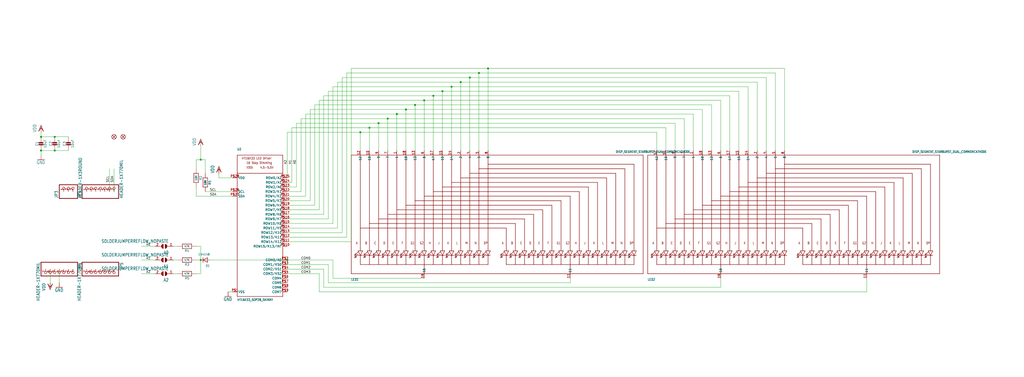
<source format=kicad_sch>
(kicad_sch (version 20211123) (generator eeschema)
  (paper "User" 570.255 210.007)
  (lib_symbols
    (symbol "schematicEagle-eagle-import:CAP_CERAMIC0805-NOOUTLINE"
      (property "Reference" "C" (at -2.29 1.25 90))
      (property "Value" "CAP_CERAMIC0805-NOOUTLINE" (at 2.3 1.25 90))
      (symbol "CAP_CERAMIC0805-NOOUTLINE_1_0"
        (pin passive line (at 0 5.08 270) (length 2.54) (name "1") (number "1"))
        (pin passive line (at 0 -2.54 90) (length 2.54) (name "2") (number "2"))
      )
    )
    (symbol "schematicEagle-eagle-import:DIODESOD-323F"
      (property "Reference" "D" (at -2.54 2.54 0))
      (property "Value" "DIODESOD-323F" (at -2.54 -3.81 0))
      (symbol "DIODESOD-323F_1_0"
        (pin passive line (at -2.54 0 0) (length 2.54) (name "A") (number "A"))
        (pin passive line (at 2.54 0 180) (length 2.54) (name "C") (number "C"))
      )
    )
    (symbol "schematicEagle-eagle-import:DISP_SEGMENT_STARBURST_DUAL_COMMONCATHODE"
      (property "Reference" "LED" (at -81.28 38.1 0))
      (property "Value" "DISP_SEGMENT_STARBURST_DUAL_COMMONCATHODE" (at 66.04 -33.02 0))
      (symbol "DISP_SEGMENT_STARBURST_DUAL_COMMONCATHODE_1_0"
        (text "A" (at -78.74 17.78 0) (effects (font (size 1.27 1.0795)) (justify left bottom)))
        (text "A" (at 2.54 17.78 0) (effects (font (size 1.27 1.0795)) (justify left bottom)))
        (text "B" (at -73.66 17.78 0) (effects (font (size 1.27 1.0795)) (justify left bottom)))
        (text "B" (at 7.62 17.78 0) (effects (font (size 1.27 1.0795)) (justify left bottom)))
        (text "C" (at -68.58 17.78 0) (effects (font (size 1.27 1.0795)) (justify left bottom)))
        (text "C" (at 12.7 17.78 0) (effects (font (size 1.27 1.0795)) (justify left bottom)))
        (text "D" (at -63.5 17.78 0) (effects (font (size 1.27 1.0795)) (justify left bottom)))
        (text "D" (at 17.78 17.78 0) (effects (font (size 1.27 1.0795)) (justify left bottom)))
        (text "DP" (at -7.62 17.78 0) (effects (font (size 1.27 1.0795)) (justify left bottom)))
        (text "DP" (at 73.66 17.78 0) (effects (font (size 1.27 1.0795)) (justify left bottom)))
        (text "E" (at -58.42 17.78 0) (effects (font (size 1.27 1.0795)) (justify left bottom)))
        (text "E" (at 22.86 17.78 0) (effects (font (size 1.27 1.0795)) (justify left bottom)))
        (text "F" (at -53.34 17.78 0) (effects (font (size 1.27 1.0795)) (justify left bottom)))
        (text "F" (at 27.94 17.78 0) (effects (font (size 1.27 1.0795)) (justify left bottom)))
        (text "G1" (at -48.26 17.78 0) (effects (font (size 1.27 1.0795)) (justify left bottom)))
        (text "G1" (at 33.02 17.78 0) (effects (font (size 1.27 1.0795)) (justify left bottom)))
        (text "G2" (at -43.18 17.78 0) (effects (font (size 1.27 1.0795)) (justify left bottom)))
        (text "G2" (at 38.1 17.78 0) (effects (font (size 1.27 1.0795)) (justify left bottom)))
        (text "H" (at -38.1 17.78 0) (effects (font (size 1.27 1.0795)) (justify left bottom)))
        (text "H" (at 43.18 17.78 0) (effects (font (size 1.27 1.0795)) (justify left bottom)))
        (text "J" (at -33.02 17.78 0) (effects (font (size 1.27 1.0795)) (justify left bottom)))
        (text "J" (at 48.26 17.78 0) (effects (font (size 1.27 1.0795)) (justify left bottom)))
        (text "K" (at -27.94 17.78 0) (effects (font (size 1.27 1.0795)) (justify left bottom)))
        (text "K" (at 53.34 17.78 0) (effects (font (size 1.27 1.0795)) (justify left bottom)))
        (text "L" (at -22.86 17.78 0) (effects (font (size 1.27 1.0795)) (justify left bottom)))
        (text "L" (at 58.42 17.78 0) (effects (font (size 1.27 1.0795)) (justify left bottom)))
        (text "M" (at -17.78 17.78 0) (effects (font (size 1.27 1.0795)) (justify left bottom)))
        (text "M" (at 63.5 17.78 0) (effects (font (size 1.27 1.0795)) (justify left bottom)))
        (text "N" (at -12.7 17.78 0) (effects (font (size 1.27 1.0795)) (justify left bottom)))
        (text "N" (at 68.58 17.78 0) (effects (font (size 1.27 1.0795)) (justify left bottom)))
        (pin bidirectional line (at -55.88 -33.02 90) (length 2.54) (name "1") (number "1"))
        (pin bidirectional line (at -71.12 -33.02 90) (length 2.54) (name "10") (number "10"))
        (pin bidirectional line (at 40.64 38.1 270) (length 2.54) (name "11") (number "11"))
        (pin bidirectional line (at -76.2 -33.02 90) (length 2.54) (name "12") (number "12"))
        (pin bidirectional line (at -45.72 -33.02 90) (length 2.54) (name "13") (number "13"))
        (pin bidirectional line (at -25.4 -33.02 90) (length 2.54) (name "14") (number "14"))
        (pin bidirectional line (at -30.48 -33.02 90) (length 2.54) (name "15") (number "15"))
        (pin bidirectional line (at -40.64 38.1 270) (length 2.54) (name "16") (number "16"))
        (pin bidirectional line (at -35.56 -33.02 90) (length 2.54) (name "17") (number "17"))
        (pin bidirectional line (at -50.8 -33.02 90) (length 2.54) (name "18") (number "18"))
        (pin bidirectional line (at -20.32 -33.02 90) (length 2.54) (name "2") (number "2"))
        (pin bidirectional line (at -15.24 -33.02 90) (length 2.54) (name "4") (number "4"))
        (pin bidirectional line (at -10.16 -33.02 90) (length 2.54) (name "5") (number "5"))
        (pin bidirectional line (at -40.64 -33.02 90) (length 2.54) (name "6") (number "6"))
        (pin bidirectional line (at -60.96 -33.02 90) (length 2.54) (name "7") (number "7"))
        (pin bidirectional line (at -5.08 -33.02 90) (length 2.54) (name "8") (number "8"))
        (pin bidirectional line (at -66.04 -33.02 90) (length 2.54) (name "9") (number "9"))
      )
    )
    (symbol "schematicEagle-eagle-import:FIDUCIAL{dblquote}{dblquote}")
    (symbol "schematicEagle-eagle-import:GND" (power)
      (property "Value" "GND" (at -2.54 -2.54 0))
      (symbol "GND_1_0"
        (pin power_in line (at 0 2.54 270) (length 2.54) (name "GND") (number "1"))
      )
    )
    (symbol "schematicEagle-eagle-import:HEADER-1X3ROUND"
      (property "Reference" "JP" (at -6.35 5.715 0))
      (property "Value" "HEADER-1X3ROUND" (at -6.35 -7.62 0))
      (symbol "HEADER-1X3ROUND_1_0"
        (pin passive inverted (at -2.54 2.54 0) (length 2.54) (name "1") (number "1"))
        (pin passive inverted (at -2.54 0 0) (length 2.54) (name "2") (number "2"))
        (pin passive inverted (at -2.54 -2.54 0) (length 2.54) (name "3") (number "3"))
      )
    )
    (symbol "schematicEagle-eagle-import:HEADER-1X770MIL"
      (property "Reference" "JP" (at -6.35 10.795 0))
      (property "Value" "HEADER-1X770MIL" (at -6.35 -12.7 0))
      (symbol "HEADER-1X770MIL_1_0"
        (pin passive inverted (at -2.54 7.62 0) (length 2.54) (name "1") (number "1"))
        (pin passive inverted (at -2.54 5.08 0) (length 2.54) (name "2") (number "2"))
        (pin passive inverted (at -2.54 2.54 0) (length 2.54) (name "3") (number "3"))
        (pin passive inverted (at -2.54 0 0) (length 2.54) (name "4") (number "4"))
        (pin passive inverted (at -2.54 -2.54 0) (length 2.54) (name "5") (number "5"))
        (pin passive inverted (at -2.54 -5.08 0) (length 2.54) (name "6") (number "6"))
        (pin passive inverted (at -2.54 -7.62 0) (length 2.54) (name "7") (number "7"))
      )
    )
    (symbol "schematicEagle-eagle-import:HT16K33_SOP28_SKINNY"
      (property "Reference" "U" (at -12.7 40.64 0))
      (property "Value" "HT16K33_SOP28_SKINNY" (at -12.7 -43.18 0))
      (symbol "HT16K33_SOP28_SKINNY_1_0"
        (text "16 Step Dimming" (at -7.62 33.02 0) (effects (font (size 1.27 1.0795)) (justify left bottom)))
        (text "4.5-5.5V" (at 0 30.48 0) (effects (font (size 1.27 1.0795)) (justify left bottom)))
        (text "HT16K33 LED Driver" (at -10.16 35.56 0) (effects (font (size 1.27 1.0795)) (justify left bottom)))
        (text "VDD:" (at -7.62 30.48 0) (effects (font (size 1.27 1.0795)) (justify left bottom)))
        (pin bidirectional line (at -15.24 -38.1 0) (length 2.54) (name "VSS") (number "P$1"))
        (pin bidirectional line (at 15.24 -12.7 180) (length 2.54) (name "ROW15/K13/INT") (number "P$10"))
        (pin bidirectional line (at 15.24 -10.16 180) (length 2.54) (name "ROW14/K12") (number "P$11"))
        (pin bidirectional line (at 15.24 -7.62 180) (length 2.54) (name "ROW13/K11") (number "P$12"))
        (pin bidirectional line (at 15.24 -5.08 180) (length 2.54) (name "ROW12/K10") (number "P$13"))
        (pin bidirectional line (at 15.24 -2.54 180) (length 2.54) (name "ROW11/K9") (number "P$14"))
        (pin bidirectional line (at 15.24 0 180) (length 2.54) (name "ROW10/K8") (number "P$15"))
        (pin bidirectional line (at 15.24 2.54 180) (length 2.54) (name "ROW9/K7") (number "P$16"))
        (pin bidirectional line (at 15.24 5.08 180) (length 2.54) (name "ROW8/K6") (number "P$17"))
        (pin bidirectional line (at 15.24 7.62 180) (length 2.54) (name "ROW7/K5") (number "P$18"))
        (pin bidirectional line (at 15.24 10.16 180) (length 2.54) (name "ROW6/K4") (number "P$19"))
        (pin bidirectional line (at 15.24 -20.32 180) (length 2.54) (name "COM0/AD") (number "P$2"))
        (pin bidirectional line (at 15.24 12.7 180) (length 2.54) (name "ROW5/K3") (number "P$20"))
        (pin bidirectional line (at 15.24 15.24 180) (length 2.54) (name "ROW4/K2") (number "P$21"))
        (pin bidirectional line (at 15.24 17.78 180) (length 2.54) (name "ROW3/K1") (number "P$22"))
        (pin bidirectional line (at 15.24 20.32 180) (length 2.54) (name "ROW2/A0") (number "P$23"))
        (pin bidirectional line (at 15.24 22.86 180) (length 2.54) (name "ROW1/A1") (number "P$24"))
        (pin bidirectional line (at 15.24 25.4 180) (length 2.54) (name "ROW0/A2") (number "P$25"))
        (pin bidirectional line (at -15.24 17.78 0) (length 2.54) (name "SCL") (number "P$26"))
        (pin bidirectional line (at -15.24 15.24 0) (length 2.54) (name "SDA") (number "P$27"))
        (pin bidirectional line (at -15.24 25.4 0) (length 2.54) (name "VDD") (number "P$28"))
        (pin bidirectional line (at 15.24 -22.86 180) (length 2.54) (name "COM1/KS0") (number "P$3"))
        (pin bidirectional line (at 15.24 -25.4 180) (length 2.54) (name "COM2/KS1") (number "P$4"))
        (pin bidirectional line (at 15.24 -27.94 180) (length 2.54) (name "COM3/KS2") (number "P$5"))
        (pin bidirectional line (at 15.24 -30.48 180) (length 2.54) (name "COM4") (number "P$6"))
        (pin bidirectional line (at 15.24 -33.02 180) (length 2.54) (name "COM5") (number "P$7"))
        (pin bidirectional line (at 15.24 -35.56 180) (length 2.54) (name "COM6") (number "P$8"))
        (pin bidirectional line (at 15.24 -38.1 180) (length 2.54) (name "COM7") (number "P$9"))
      )
    )
    (symbol "schematicEagle-eagle-import:RESISTOR0805_NOOUTLINE"
      (property "Reference" "R" (at 0 2.54 0))
      (property "Value" "RESISTOR0805_NOOUTLINE" (at 0 0 0))
      (symbol "RESISTOR0805_NOOUTLINE_1_0"
        (pin passive line (at -5.08 0 0) (length 2.54) (name "1") (number "1"))
        (pin passive line (at 5.08 0 180) (length 2.54) (name "2") (number "2"))
      )
    )
    (symbol "schematicEagle-eagle-import:SOLDERJUMPERREFLOW_NOPASTE"
      (property "Reference" "SJ" (at -2.54 2.54 0))
      (property "Value" "SOLDERJUMPERREFLOW_NOPASTE" (at -2.54 -3.81 0))
      (symbol "SOLDERJUMPERREFLOW_NOPASTE_1_0"
        (pin passive line (at -5.08 0 0) (length 2.54) (name "1") (number "1"))
        (pin passive line (at 5.08 0 180) (length 2.54) (name "2") (number "2"))
      )
    )
    (symbol "schematicEagle-eagle-import:VDD" (power)
      (property "Value" "VDD" (at -2.54 -2.54 90))
      (symbol "VDD_1_0"
        (pin power_in line (at 0 -2.54 90) (length 2.54) (name "VDD") (number "1"))
      )
    )
  )
  (junction (at 22.86 83.82))
  (junction (at 30.48 76.2))
  (junction (at 22.86 76.2))
  (junction (at 246.38 50.8))
  (junction (at 210.82 68.58))
  (junction (at 200.66 73.66))
  (junction (at 215.9 66.04))
  (junction (at 261.62 43.18))
  (junction (at 266.7 40.64))
  (junction (at 111.76 144.78))
  (junction (at 205.74 71.12))
  (junction (at 251.46 48.26))
  (junction (at 236.22 55.88))
  (junction (at 160.02 144.78))
  (junction (at 256.54 45.72))
  (junction (at 220.98 63.5))
  (junction (at 231.14 58.42))
  (junction (at 271.78 38.1))
  (junction (at 30.48 83.82))
  (junction (at 226.06 60.96))
  (junction (at 241.3 53.34))
  (junction (at 111.76 88.9))
  (wire (pts (xy 193.04 132.08) (xy 193.04 40.64)))
  (wire (pts (xy 172.72 111.76) (xy 172.72 60.96)))
  (wire (pts (xy 226.06 60.96) (xy 391.16 60.96)))
  (wire (pts (xy 381 66.04) (xy 381 83.82)))
  (wire (pts (xy 193.04 40.64) (xy 266.7 40.64)))
  (wire (pts (xy 38.1 83.82) (xy 30.48 83.82)))
  (wire (pts (xy 109.22 152.4) (xy 111.76 152.4)))
  (wire (pts (xy 401.32 160.02) (xy 401.32 154.94)))
  (wire (pts (xy 160.02 149.86) (xy 180.34 149.86)))
  (wire (pts (xy 170.18 109.22) (xy 170.18 63.5)))
  (wire (pts (xy 165.1 104.14) (xy 165.1 68.58)))
  (wire (pts (xy 406.4 53.34) (xy 406.4 83.82)))
  (wire (pts (xy 411.48 50.8) (xy 411.48 83.82)))
  (wire (pts (xy 205.74 71.12) (xy 205.74 83.82)))
  (wire (pts (xy 114.3 88.9) (xy 114.3 96.52)))
  (wire (pts (xy 231.14 58.42) (xy 231.14 83.82)))
  (wire (pts (xy 180.34 53.34) (xy 241.3 53.34)))
  (wire (pts (xy 160.02 124.46) (xy 185.42 124.46)))
  (wire (pts (xy 205.74 71.12) (xy 370.84 71.12)))
  (wire (pts (xy 63.5 106.68) (xy 63.5 93.98)))
  (wire (pts (xy 266.7 40.64) (xy 266.7 83.82)))
  (wire (pts (xy 177.8 152.4) (xy 177.8 162.56)))
  (wire (pts (xy 160.02 99.06) (xy 160.02 73.66)))
  (wire (pts (xy 187.96 127) (xy 187.96 45.72)))
  (wire (pts (xy 78.74 137.16) (xy 86.36 137.16)))
  (wire (pts (xy 231.14 58.42) (xy 396.24 58.42)))
  (wire (pts (xy 182.88 157.48) (xy 317.5 157.48)))
  (wire (pts (xy 256.54 45.72) (xy 256.54 83.82)))
  (wire (pts (xy 416.56 48.26) (xy 416.56 83.82)))
  (wire (pts (xy 22.86 73.66) (xy 22.86 76.2)))
  (wire (pts (xy 167.64 106.68) (xy 167.64 66.04)))
  (wire (pts (xy 160.02 134.62) (xy 195.58 134.62)))
  (wire (pts (xy 160.02 104.14) (xy 165.1 104.14)))
  (wire (pts (xy 261.62 43.18) (xy 261.62 83.82)))
  (wire (pts (xy 30.48 76.2) (xy 38.1 76.2)))
  (wire (pts (xy 251.46 48.26) (xy 416.56 48.26)))
  (wire (pts (xy 210.82 68.58) (xy 210.82 83.82)))
  (wire (pts (xy 121.92 99.06) (xy 121.92 96.52)))
  (wire (pts (xy 160.02 119.38) (xy 180.34 119.38)))
  (wire (pts (xy 185.42 154.94) (xy 236.22 154.94)))
  (wire (pts (xy 160.02 101.6) (xy 162.56 101.6)))
  (wire (pts (xy 266.7 40.64) (xy 431.8 40.64)))
  (wire (pts (xy 241.3 53.34) (xy 241.3 83.82)))
  (wire (pts (xy 251.46 48.26) (xy 251.46 83.82)))
  (wire (pts (xy 375.92 68.58) (xy 375.92 83.82)))
  (wire (pts (xy 401.32 55.88) (xy 401.32 83.82)))
  (wire (pts (xy 431.8 40.64) (xy 431.8 83.82)))
  (wire (pts (xy 182.88 121.92) (xy 182.88 50.8)))
  (wire (pts (xy 187.96 45.72) (xy 256.54 45.72)))
  (wire (pts (xy 182.88 50.8) (xy 246.38 50.8)))
  (wire (pts (xy 109.22 88.9) (xy 111.76 88.9)))
  (wire (pts (xy 170.18 63.5) (xy 220.98 63.5)))
  (wire (pts (xy 167.64 66.04) (xy 215.9 66.04)))
  (wire (pts (xy 256.54 45.72) (xy 421.64 45.72)))
  (wire (pts (xy 271.78 38.1) (xy 271.78 83.82)))
  (wire (pts (xy 246.38 50.8) (xy 411.48 50.8)))
  (wire (pts (xy 220.98 63.5) (xy 220.98 83.82)))
  (wire (pts (xy 370.84 71.12) (xy 370.84 83.82)))
  (wire (pts (xy 22.86 86.36) (xy 22.86 83.82)))
  (wire (pts (xy 160.02 144.78) (xy 185.42 144.78)))
  (wire (pts (xy 386.08 63.5) (xy 386.08 83.82)))
  (wire (pts (xy 215.9 66.04) (xy 381 66.04)))
  (wire (pts (xy 177.8 55.88) (xy 236.22 55.88)))
  (wire (pts (xy 215.9 66.04) (xy 215.9 83.82)))
  (wire (pts (xy 175.26 58.42) (xy 231.14 58.42)))
  (wire (pts (xy 182.88 147.32) (xy 182.88 157.48)))
  (wire (pts (xy 109.22 93.98) (xy 109.22 88.9)))
  (wire (pts (xy 111.76 88.9) (xy 114.3 88.9)))
  (wire (pts (xy 99.06 144.78) (xy 96.52 144.78)))
  (wire (pts (xy 261.62 43.18) (xy 426.72 43.18)))
  (wire (pts (xy 236.22 55.88) (xy 401.32 55.88)))
  (wire (pts (xy 482.6 162.56) (xy 482.6 154.94)))
  (wire (pts (xy 180.34 119.38) (xy 180.34 53.34)))
  (wire (pts (xy 109.22 144.78) (xy 111.76 144.78)))
  (wire (pts (xy 162.56 71.12) (xy 205.74 71.12)))
  (wire (pts (xy 190.5 43.18) (xy 261.62 43.18)))
  (wire (pts (xy 160.02 73.66) (xy 200.66 73.66)))
  (wire (pts (xy 220.98 63.5) (xy 386.08 63.5)))
  (wire (pts (xy 33.02 157.48) (xy 33.02 149.86)))
  (wire (pts (xy 241.3 53.34) (xy 406.4 53.34)))
  (wire (pts (xy 160.02 147.32) (xy 182.88 147.32)))
  (wire (pts (xy 396.24 58.42) (xy 396.24 83.82)))
  (wire (pts (xy 116.84 144.78) (xy 160.02 144.78)))
  (wire (pts (xy 195.58 38.1) (xy 271.78 38.1)))
  (wire (pts (xy 109.22 137.16) (xy 111.76 137.16)))
  (wire (pts (xy 160.02 109.22) (xy 170.18 109.22)))
  (wire (pts (xy 30.48 83.82) (xy 22.86 83.82)))
  (wire (pts (xy 160.02 127) (xy 187.96 127)))
  (wire (pts (xy 426.72 43.18) (xy 426.72 83.82)))
  (wire (pts (xy 27.94 157.48) (xy 27.94 149.86)))
  (wire (pts (xy 99.06 137.16) (xy 96.52 137.16)))
  (wire (pts (xy 177.8 162.56) (xy 482.6 162.56)))
  (wire (pts (xy 200.66 73.66) (xy 200.66 83.82)))
  (wire (pts (xy 160.02 111.76) (xy 172.72 111.76)))
  (wire (pts (xy 436.88 38.1) (xy 436.88 83.82)))
  (wire (pts (xy 195.58 134.62) (xy 195.58 38.1)))
  (wire (pts (xy 190.5 129.54) (xy 190.5 43.18)))
  (wire (pts (xy 200.66 73.66) (xy 365.76 73.66)))
  (wire (pts (xy 185.42 144.78) (xy 185.42 154.94)))
  (wire (pts (xy 160.02 132.08) (xy 193.04 132.08)))
  (wire (pts (xy 129.54 99.06) (xy 121.92 99.06)))
  (wire (pts (xy 99.06 152.4) (xy 96.52 152.4)))
  (wire (pts (xy 160.02 106.68) (xy 167.64 106.68)))
  (wire (pts (xy 177.8 116.84) (xy 177.8 55.88)))
  (wire (pts (xy 180.34 149.86) (xy 180.34 160.02)))
  (wire (pts (xy 172.72 60.96) (xy 226.06 60.96)))
  (wire (pts (xy 391.16 60.96) (xy 391.16 83.82)))
  (wire (pts (xy 180.34 160.02) (xy 401.32 160.02)))
  (wire (pts (xy 246.38 50.8) (xy 246.38 83.82)))
  (wire (pts (xy 162.56 101.6) (xy 162.56 71.12)))
  (wire (pts (xy 129.54 106.68) (xy 114.3 106.68)))
  (wire (pts (xy 109.22 109.22) (xy 109.22 104.14)))
  (wire (pts (xy 226.06 60.96) (xy 226.06 83.82)))
  (wire (pts (xy 365.76 73.66) (xy 365.76 83.82)))
  (wire (pts (xy 271.78 38.1) (xy 436.88 38.1)))
  (wire (pts (xy 421.64 45.72) (xy 421.64 83.82)))
  (wire (pts (xy 127 162.56) (xy 129.54 162.56)))
  (wire (pts (xy 111.76 144.78) (xy 111.76 137.16)))
  (wire (pts (xy 111.76 88.9) (xy 111.76 81.28)))
  (wire (pts (xy 185.42 48.26) (xy 251.46 48.26)))
  (wire (pts (xy 86.36 152.4) (xy 78.74 152.4)))
  (wire (pts (xy 160.02 114.3) (xy 175.26 114.3)))
  (wire (pts (xy 160.02 129.54) (xy 190.5 129.54)))
  (wire (pts (xy 175.26 114.3) (xy 175.26 58.42)))
  (wire (pts (xy 111.76 152.4) (xy 111.76 144.78)))
  (wire (pts (xy 160.02 116.84) (xy 177.8 116.84)))
  (wire (pts (xy 86.36 144.78) (xy 78.74 144.78)))
  (wire (pts (xy 22.86 76.2) (xy 30.48 76.2)))
  (wire (pts (xy 165.1 68.58) (xy 210.82 68.58)))
  (wire (pts (xy 129.54 109.22) (xy 109.22 109.22)))
  (wire (pts (xy 60.96 93.98) (xy 60.96 106.68)))
  (wire (pts (xy 317.5 157.48) (xy 317.5 154.94)))
  (wire (pts (xy 210.82 68.58) (xy 375.92 68.58)))
  (wire (pts (xy 236.22 55.88) (xy 236.22 83.82)))
  (wire (pts (xy 160.02 121.92) (xy 182.88 121.92)))
  (wire (pts (xy 160.02 152.4) (xy 177.8 152.4)))
  (wire (pts (xy 185.42 124.46) (xy 185.42 48.26)))
  (label "SDA" (at 116.84 109.22 0) (effects (font (size 1.2446 1.2446))))
  (label "A0" (at 165.1 91.44 90) (effects (font (size 1.2446 1.2446))))
  (label "SDA" (at 63.5 101.6 90) (effects (font (size 1.2446 1.2446))))
  (label "COM2" (at 167.64 149.86 0) (effects (font (size 1.2446 1.2446))))
  (label "SCL" (at 116.84 106.68 0) (effects (font (size 1.2446 1.2446))))
  (label "A1" (at 162.56 91.44 90) (effects (font (size 1.2446 1.2446))))
  (label "A2" (at 83.82 152.4 180) (effects (font (size 1.2446 1.2446))))
  (label "SCL" (at 60.96 101.6 90) (effects (font (size 1.2446 1.2446))))
  (label "COM1" (at 167.64 147.32 0) (effects (font (size 1.2446 1.2446))))
  (label "COM0" (at 167.64 144.78 0) (effects (font (size 1.2446 1.2446))))
  (label "A1" (at 83.82 144.78 180) (effects (font (size 1.2446 1.2446))))
  (label "A2" (at 160.02 91.44 90) (effects (font (size 1.2446 1.2446))))
  (label "A0" (at 83.82 137.16 180) (effects (font (size 1.2446 1.2446))))
  (label "COM3" (at 167.64 152.4 0) (effects (font (size 1.2446 1.2446))))
  (symbol (lib_id "schematicEagle-eagle-import:VDD") (at 27.94 160.02 0) (mirror x) (unit 1)
    (property "Reference" "#VDD3" (effects hide))
    (property "Value" "VDD" (at 25.4 157.48 90) (effects (font (size 1.778 1.5113)) (justify left bottom)))
    (property "Footprint" "schematicEagle:" (effects hide))
  )
  (symbol (lib_id "schematicEagle-eagle-import:VDD") (at 121.92 93.98 0) (unit 1)
    (property "Reference" "#VDD1" (effects hide))
    (property "Value" "VDD" (at 119.38 96.52 90) (effects (font (size 1.778 1.5113)) (justify left bottom)))
    (property "Footprint" "schematicEagle:" (effects hide))
  )
  (symbol (lib_id "schematicEagle-eagle-import:RESISTOR0805_NOOUTLINE") (at 109.22 99.06 270) (unit 1)
    (property "Reference" "R2" (at 111.76 99.06 0))
    (property "Value" "10K" (at 109.22 99.06 0) (effects (font (size 1.016 1.016) bold)))
    (property "Footprint" "schematicEagle:0805-NO" (effects hide))
  )
  (symbol (lib_id "schematicEagle-eagle-import:DISP_SEGMENT_STARBURST_DUAL_COMMONCATHODE") (at 276.86 116.84 0) (mirror x) (unit 1)
    (property "Reference" "LED1" (at 195.58 154.94 0) (effects (font (size 1.27 1.0795)) (justify left bottom)))
    (property "Value" "DISP_SEGMENT_STARBURST_DUAL_COMMONCATHODE" (at 342.9 83.82 0) (effects (font (size 1.27 1.0795)) (justify left bottom)))
    (property "Footprint" "schematicEagle:SEGMENT_STARTBUST_DUAL_KWA-541CBB" (effects hide))
  )
  (symbol (lib_id "schematicEagle-eagle-import:SOLDERJUMPERREFLOW_NOPASTE") (at 91.44 152.4 180) (unit 1)
    (property "Reference" "A2" (at 93.98 154.94 0) (effects (font (size 1.778 1.5113)) (justify left bottom)))
    (property "Value" "SOLDERJUMPERREFLOW_NOPASTE" (at 93.98 148.59 0) (effects (font (size 1.778 1.5113)) (justify left bottom)))
    (property "Footprint" "schematicEagle:SOLDERJUMPER_REFLOW_NOPASTE" (effects hide))
  )
  (symbol (lib_id "schematicEagle-eagle-import:CAP_CERAMIC0805-NOOUTLINE") (at 38.1 81.28 0) (unit 1)
    (property "Reference" "C3" (at 35.81 80.03 90))
    (property "Value" "10uF" (at 40.4 80.03 90))
    (property "Footprint" "schematicEagle:0805-NO" (effects hide))
  )
  (symbol (lib_id "schematicEagle-eagle-import:FIDUCIAL{dblquote}{dblquote}") (at 63.5 76.2 0) (unit 1)
    (property "Reference" "U$1" (effects hide))
    (property "Value" "FIDUCIAL{dblquote}{dblquote}" (effects hide))
    (property "Footprint" "schematicEagle:FIDUCIAL_1MM" (effects hide))
  )
  (symbol (lib_id "schematicEagle-eagle-import:HEADER-1X770MIL") (at 33.02 152.4 270) (unit 1)
    (property "Reference" "JP1" (at 43.815 146.05 0) (effects (font (size 1.778 1.5113)) (justify left bottom)))
    (property "Value" "HEADER-1X770MIL" (at 20.32 146.05 0) (effects (font (size 1.778 1.5113)) (justify left bottom)))
    (property "Footprint" "schematicEagle:1X07_ROUND_70" (effects hide))
  )
  (symbol (lib_id "schematicEagle-eagle-import:RESISTOR0805_NOOUTLINE") (at 104.14 144.78 180) (unit 1)
    (property "Reference" "R3" (at 104.14 147.32 0))
    (property "Value" "47K" (at 104.14 144.78 0) (effects (font (size 1.016 1.016) bold)))
    (property "Footprint" "schematicEagle:0805-NO" (effects hide))
  )
  (symbol (lib_id "schematicEagle-eagle-import:DIODESOD-323F") (at 114.3 144.78 180) (unit 1)
    (property "Reference" "D1" (at 116.84 147.32 0) (effects (font (size 1.27 1.0795)) (justify left bottom)))
    (property "Value" "1N4148" (at 116.84 140.97 0) (effects (font (size 1.27 1.0795)) (justify left bottom)))
    (property "Footprint" "schematicEagle:SOD-323F" (effects hide))
  )
  (symbol (lib_id "schematicEagle-eagle-import:GND") (at 33.02 160.02 0) (unit 1)
    (property "Reference" "#GND1" (effects hide))
    (property "Value" "GND" (at 30.48 162.56 0) (effects (font (size 1.778 1.5113)) (justify left bottom)))
    (property "Footprint" "schematicEagle:" (effects hide))
  )
  (symbol (lib_id "schematicEagle-eagle-import:SOLDERJUMPERREFLOW_NOPASTE") (at 91.44 137.16 180) (unit 1)
    (property "Reference" "A0" (at 93.98 139.7 0) (effects (font (size 1.778 1.5113)) (justify left bottom)))
    (property "Value" "SOLDERJUMPERREFLOW_NOPASTE" (at 93.98 133.35 0) (effects (font (size 1.778 1.5113)) (justify left bottom)))
    (property "Footprint" "schematicEagle:SOLDERJUMPER_REFLOW_NOPASTE" (effects hide))
  )
  (symbol (lib_id "schematicEagle-eagle-import:CAP_CERAMIC0805-NOOUTLINE") (at 22.86 81.28 0) (unit 1)
    (property "Reference" "C1" (at 20.57 80.03 90))
    (property "Value" "10uF" (at 25.16 80.03 90))
    (property "Footprint" "schematicEagle:0805-NO" (effects hide))
  )
  (symbol (lib_id "schematicEagle-eagle-import:HT16K33_SOP28_SKINNY") (at 144.78 124.46 0) (unit 1)
    (property "Reference" "U2" (at 132.08 83.82 0) (effects (font (size 1.27 1.0795)) (justify left bottom)))
    (property "Value" "HT16K33_SOP28_SKINNY" (at 132.08 167.64 0) (effects (font (size 1.27 1.0795)) (justify left bottom)))
    (property "Footprint" "schematicEagle:SOP28_300MIL_SKINNY" (effects hide))
  )
  (symbol (lib_id "schematicEagle-eagle-import:HEADER-1X3ROUND") (at 38.1 104.14 90) (unit 1)
    (property "Reference" "JP3" (at 32.385 110.49 0) (effects (font (size 1.778 1.5113)) (justify left bottom)))
    (property "Value" "HEADER-1X3ROUND" (at 45.72 110.49 0) (effects (font (size 1.778 1.5113)) (justify left bottom)))
    (property "Footprint" "schematicEagle:1X03_ROUND" (effects hide))
  )
  (symbol (lib_id "schematicEagle-eagle-import:GND") (at 127 165.1 0) (unit 1)
    (property "Reference" "#GND5" (effects hide))
    (property "Value" "GND" (at 124.46 167.64 0) (effects (font (size 1.778 1.5113)) (justify left bottom)))
    (property "Footprint" "schematicEagle:" (effects hide))
  )
  (symbol (lib_id "schematicEagle-eagle-import:FIDUCIAL{dblquote}{dblquote}") (at 68.58 76.2 0) (unit 1)
    (property "Reference" "U$2" (effects hide))
    (property "Value" "FIDUCIAL{dblquote}{dblquote}" (effects hide))
    (property "Footprint" "schematicEagle:FIDUCIAL_1MM" (effects hide))
  )
  (symbol (lib_id "schematicEagle-eagle-import:SOLDERJUMPERREFLOW_NOPASTE") (at 91.44 144.78 180) (unit 1)
    (property "Reference" "A1" (at 93.98 147.32 0) (effects (font (size 1.778 1.5113)) (justify left bottom)))
    (property "Value" "SOLDERJUMPERREFLOW_NOPASTE" (at 93.98 140.97 0) (effects (font (size 1.778 1.5113)) (justify left bottom)))
    (property "Footprint" "schematicEagle:SOLDERJUMPER_REFLOW_NOPASTE" (effects hide))
  )
  (symbol (lib_id "schematicEagle-eagle-import:GND") (at 22.86 88.9 0) (unit 1)
    (property "Reference" "#GND3" (effects hide))
    (property "Value" "GND" (at 20.32 91.44 0) (effects (font (size 1.778 1.5113)) (justify left bottom)))
    (property "Footprint" "schematicEagle:" (effects hide))
  )
  (symbol (lib_id "schematicEagle-eagle-import:VDD") (at 22.86 71.12 0) (unit 1)
    (property "Reference" "#VDD5" (effects hide))
    (property "Value" "VDD" (at 20.32 73.66 90) (effects (font (size 1.778 1.5113)) (justify left bottom)))
    (property "Footprint" "schematicEagle:" (effects hide))
  )
  (symbol (lib_id "schematicEagle-eagle-import:DISP_SEGMENT_STARBURST_DUAL_COMMONCATHODE") (at 441.96 116.84 0) (mirror x) (unit 1)
    (property "Reference" "LED2" (at 360.68 154.94 0) (effects (font (size 1.27 1.0795)) (justify left bottom)))
    (property "Value" "DISP_SEGMENT_STARBURST_DUAL_COMMONCATHODE" (at 508 83.82 0) (effects (font (size 1.27 1.0795)) (justify left bottom)))
    (property "Footprint" "schematicEagle:SEGMENT_STARTBUST_DUAL_KWA-541CBB" (effects hide))
  )
  (symbol (lib_id "schematicEagle-eagle-import:HEADER-1X770MIL") (at 55.88 104.14 90) (unit 1)
    (property "Reference" "JP4" (at 45.085 110.49 0) (effects (font (size 1.778 1.5113)) (justify left bottom)))
    (property "Value" "HEADER-1X770MIL" (at 68.58 110.49 0) (effects (font (size 1.778 1.5113)) (justify left bottom)))
    (property "Footprint" "schematicEagle:1X07_ROUND_70" (effects hide))
  )
  (symbol (lib_id "schematicEagle-eagle-import:RESISTOR0805_NOOUTLINE") (at 104.14 137.16 180) (unit 1)
    (property "Reference" "R4" (at 104.14 139.7 0))
    (property "Value" "47K" (at 104.14 137.16 0) (effects (font (size 1.016 1.016) bold)))
    (property "Footprint" "schematicEagle:0805-NO" (effects hide))
  )
  (symbol (lib_id "schematicEagle-eagle-import:VDD") (at 111.76 78.74 0) (unit 1)
    (property "Reference" "#VDD2" (effects hide))
    (property "Value" "VDD" (at 109.22 81.28 90) (effects (font (size 1.778 1.5113)) (justify left bottom)))
    (property "Footprint" "schematicEagle:" (effects hide))
  )
  (symbol (lib_id "schematicEagle-eagle-import:HEADER-1X770MIL") (at 55.88 152.4 270) (unit 1)
    (property "Reference" "JP5" (at 66.675 146.05 0) (effects (font (size 1.778 1.5113)) (justify left bottom)))
    (property "Value" "HEADER-1X770MIL" (at 43.18 146.05 0) (effects (font (size 1.778 1.5113)) (justify left bottom)))
    (property "Footprint" "schematicEagle:1X07_ROUND_70" (effects hide))
  )
  (symbol (lib_id "schematicEagle-eagle-import:CAP_CERAMIC0805-NOOUTLINE") (at 30.48 81.28 0) (unit 1)
    (property "Reference" "C2" (at 28.19 80.03 90))
    (property "Value" "10uF" (at 32.78 80.03 90))
    (property "Footprint" "schematicEagle:0805-NO" (effects hide))
  )
  (symbol (lib_id "schematicEagle-eagle-import:RESISTOR0805_NOOUTLINE") (at 114.3 101.6 270) (unit 1)
    (property "Reference" "R1" (at 116.84 101.6 0))
    (property "Value" "10K" (at 114.3 101.6 0) (effects (font (size 1.016 1.016) bold)))
    (property "Footprint" "schematicEagle:0805-NO" (effects hide))
  )
  (symbol (lib_id "schematicEagle-eagle-import:RESISTOR0805_NOOUTLINE") (at 104.14 152.4 180) (unit 1)
    (property "Reference" "R5" (at 104.14 154.94 0))
    (property "Value" "47K" (at 104.14 152.4 0) (effects (font (size 1.016 1.016) bold)))
    (property "Footprint" "schematicEagle:0805-NO" (effects hide))
  )
)
</source>
